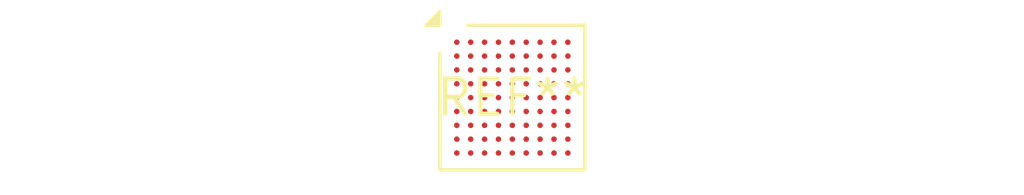
<source format=kicad_pcb>
(kicad_pcb (version 20240108) (generator pcbnew)
  (layers (0 "F.Cu" signal) (31 "B.Cu" signal) (34 "B.Paste" user) (35 "F.Paste" user) (36 "B.SilkS" user "B.Silkscreen") (37 "F.SilkS" user "F.Silkscreen") (38 "B.Mask" user) (39 "F.Mask" user) (44 "Edge.Cuts" user))
  (net 0 "")
  (footprint "TFBGA-81_5x5mm_Layout8x8_P0.5mm" (layer "F.Cu") (at 0 0)
    (property "Reference" "REF**")
    (property "Value" "TFBGA-81_5x5mm_Layout8x8_P0.5mm")
    (fp_line (start -2.61 2.61) (end -2.61 -1.61) (layer "F.SilkS") (stroke (width 0.12)))
    (fp_line (start -1.61 -2.61) (end 2.61 -2.61) (layer "F.SilkS") (stroke (width 0.12)))
    (fp_line (start 2.61 -2.61) (end 2.61 2.61) (layer "F.SilkS") (stroke (width 0.12)))
    (fp_line (start 2.61 2.61) (end -2.61 2.61) (layer "F.SilkS") (stroke (width 0.12)))
    (fp_poly (pts (xy -2.61 -2.61) (xy -3.11 -2.61) (xy -2.61 -3.11) (xy -2.61 -2.61)) (layer "F.SilkS") (stroke (width 0.12)) (fill solid))
    (pad "A1" smd circle (at -2 -2) (size 0.2 0.2) (property pad_prop_bga) (layers "F.Cu" "F.Paste" "F.Mask"))
    (pad "A2" smd circle (at -1.5 -2) (size 0.2 0.2) (property pad_prop_bga) (layers "F.Cu" "F.Paste" "F.Mask"))
    (pad "A3" smd circle (at -1 -2) (size 0.2 0.2) (property pad_prop_bga) (layers "F.Cu" "F.Paste" "F.Mask"))
    (pad "A4" smd circle (at -0.5 -2) (size 0.2 0.2) (property pad_prop_bga) (layers "F.Cu" "F.Paste" "F.Mask"))
    (pad "A5" smd circle (at 0 -2) (size 0.2 0.2) (property pad_prop_bga) (layers "F.Cu" "F.Paste" "F.Mask"))
    (pad "A6" smd circle (at 0.5 -2) (size 0.2 0.2) (property pad_prop_bga) (layers "F.Cu" "F.Paste" "F.Mask"))
    (pad "A7" smd circle (at 1 -2) (size 0.2 0.2) (property pad_prop_bga) (layers "F.Cu" "F.Paste" "F.Mask"))
    (pad "A8" smd circle (at 1.5 -2) (size 0.2 0.2) (property pad_prop_bga) (layers "F.Cu" "F.Paste" "F.Mask"))
    (pad "A9" smd circle (at 2 -2) (size 0.2 0.2) (property pad_prop_bga) (layers "F.Cu" "F.Paste" "F.Mask"))
    (pad "B1" smd circle (at -2 -1.5) (size 0.2 0.2) (property pad_prop_bga) (layers "F.Cu" "F.Paste" "F.Mask"))
    (pad "B2" smd circle (at -1.5 -1.5) (size 0.2 0.2) (property pad_prop_bga) (layers "F.Cu" "F.Paste" "F.Mask"))
    (pad "B3" smd circle (at -1 -1.5) (size 0.2 0.2) (property pad_prop_bga) (layers "F.Cu" "F.Paste" "F.Mask"))
    (pad "B4" smd circle (at -0.5 -1.5) (size 0.2 0.2) (property pad_prop_bga) (layers "F.Cu" "F.Paste" "F.Mask"))
    (pad "B5" smd circle (at 0 -1.5) (size 0.2 0.2) (property pad_prop_bga) (layers "F.Cu" "F.Paste" "F.Mask"))
    (pad "B6" smd circle (at 0.5 -1.5) (size 0.2 0.2) (property pad_prop_bga) (layers "F.Cu" "F.Paste" "F.Mask"))
    (pad "B7" smd circle (at 1 -1.5) (size 0.2 0.2) (property pad_prop_bga) (layers "F.Cu" "F.Paste" "F.Mask"))
    (pad "B8" smd circle (at 1.5 -1.5) (size 0.2 0.2) (property pad_prop_bga) (layers "F.Cu" "F.Paste" "F.Mask"))
    (pad "B9" smd circle (at 2 -1.5) (size 0.2 0.2) (property pad_prop_bga) (layers "F.Cu" "F.Paste" "F.Mask"))
    (pad "C1" smd circle (at -2 -1) (size 0.2 0.2) (property pad_prop_bga) (layers "F.Cu" "F.Paste" "F.Mask"))
    (pad "C2" smd circle (at -1.5 -1) (size 0.2 0.2) (property pad_prop_bga) (layers "F.Cu" "F.Paste" "F.Mask"))
    (pad "C3" smd circle (at -1 -1) (size 0.2 0.2) (property pad_prop_bga) (layers "F.Cu" "F.Paste" "F.Mask"))
    (pad "C4" smd circle (at -0.5 -1) (size 0.2 0.2) (property pad_prop_bga) (layers "F.Cu" "F.Paste" "F.Mask"))
    (pad "C5" smd circle (at 0 -1) (size 0.2 0.2) (property pad_prop_bga) (layers "F.Cu" "F.Paste" "F.Mask"))
    (pad "C6" smd circle (at 0.5 -1) (size 0.2 0.2) (property pad_prop_bga) (layers "F.Cu" "F.Paste" "F.Mask"))
    (pad "C7" smd circle (at 1 -1) (size 0.2 0.2) (property pad_prop_bga) (layers "F.Cu" "F.Paste" "F.Mask"))
    (pad "C8" smd circle (at 1.5 -1) (size 0.2 0.2) (property pad_prop_bga) (layers "F.Cu" "F.Paste" "F.Mask"))
    (pad "C9" smd circle (at 2 -1) (size 0.2 0.2) (property pad_prop_bga) (layers "F.Cu" "F.Paste" "F.Mask"))
    (pad "D1" smd circle (at -2 -0.5) (size 0.2 0.2) (property pad_prop_bga) (layers "F.Cu" "F.Paste" "F.Mask"))
    (pad "D2" smd circle (at -1.5 -0.5) (size 0.2 0.2) (property pad_prop_bga) (layers "F.Cu" "F.Paste" "F.Mask"))
    (pad "D3" smd circle (at -1 -0.5) (size 0.2 0.2) (property pad_prop_bga) (layers "F.Cu" "F.Paste" "F.Mask"))
    (pad "D4" smd circle (at -0.5 -0.5) (size 0.2 0.2) (property pad_prop_bga) (layers "F.Cu" "F.Paste" "F.Mask"))
    (pad "D5" smd circle (at 0 -0.5) (size 0.2 0.2) (property pad_prop_bga) (layers "F.Cu" "F.Paste" "F.Mask"))
    (pad "D6" smd circle (at 0.5 -0.5) (size 0.2 0.2) (property pad_prop_bga) (layers "F.Cu" "F.Paste" "F.Mask"))
    (pad "D7" smd circle (at 1 -0.5) (size 0.2 0.2) (property pad_prop_bga) (layers "F.Cu" "F.Paste" "F.Mask"))
    (pad "D8" smd circle (at 1.5 -0.5) (size 0.2 0.2) (property pad_prop_bga) (layers "F.Cu" "F.Paste" "F.Mask"))
    (pad "D9" smd circle (at 2 -0.5) (size 0.2 0.2) (property pad_prop_bga) (layers "F.Cu" "F.Paste" "F.Mask"))
    (pad "E1" smd circle (at -2 0) (size 0.2 0.2) (property pad_prop_bga) (layers "F.Cu" "F.Paste" "F.Mask"))
    (pad "E2" smd circle (at -1.5 0) (size 0.2 0.2) (property pad_prop_bga) (layers "F.Cu" "F.Paste" "F.Mask"))
    (pad "E3" smd circle (at -1 0) (size 0.2 0.2) (property pad_prop_bga) (layers "F.Cu" "F.Paste" "F.Mask"))
    (pad "E4" smd circle (at -0.5 0) (size 0.2 0.2) (property pad_prop_bga) (layers "F.Cu" "F.Paste" "F.Mask"))
    (pad "E5" smd circle (at 0 0) (size 0.2 0.2) (property pad_prop_bga) (layers "F.Cu" "F.Paste" "F.Mask"))
    (pad "E6" smd circle (at 0.5 0) (size 0.2 0.2) (property pad_prop_bga) (layers "F.Cu" "F.Paste" "F.Mask"))
    (pad "E7" smd circle (at 1 0) (size 0.2 0.2) (property pad_prop_bga) (layers "F.Cu" "F.Paste" "F.Mask"))
    (pad "E8" smd circle (at 1.5 0) (size 0.2 0.2) (property pad_prop_bga) (layers "F.Cu" "F.Paste" "F.Mask"))
    (pad "E9" smd circle (at 2 0) (size 0.2 0.2) (property pad_prop_bga) (layers "F.Cu" "F.Paste" "F.Mask"))
    (pad "F1" smd circle (at -2 0.5) (size 0.2 0.2) (property pad_prop_bga) (layers "F.Cu" "F.Paste" "F.Mask"))
    (pad "F2" smd circle (at -1.5 0.5) (size 0.2 0.2) (property pad_prop_bga) (layers "F.Cu" "F.Paste" "F.Mask"))
    (pad "F3" smd circle (at -1 0.5) (size 0.2 0.2) (property pad_prop_bga) (layers "F.Cu" "F.Paste" "F.Mask"))
    (pad "F4" smd circle (at -0.5 0.5) (size 0.2 0.2) (property pad_prop_bga) (layers "F.Cu" "F.Paste" "F.Mask"))
    (pad "F5" smd circle (at 0 0.5) (size 0.2 0.2) (property pad_prop_bga) (layers "F.Cu" "F.Paste" "F.Mask"))
    (pad "F6" smd circle (at 0.5 0.5) (size 0.2 0.2) (property pad_prop_bga) (layers "F.Cu" "F.Paste" "F.Mask"))
    (pad "F7" smd circle (at 1 0.5) (size 0.2 0.2) (property pad_prop_bga) (layers "F.Cu" "F.Paste" "F.Mask"))
    (pad "F8" smd circle (at 1.5 0.5) (size 0.2 0.2) (property pad_prop_bga) (layers "F.Cu" "F.Paste" "F.Mask"))
    (pad "F9" smd circle (at 2 0.5) (size 0.2 0.2) (property pad_prop_bga) (layers "F.Cu" "F.Paste" "F.Mask"))
    (pad "G1" smd circle (at -2 1) (size 0.2 0.2) (property pad_prop_bga) (layers "F.Cu" "F.Paste" "F.Mask"))
    (pad "G2" smd circle (at -1.5 1) (size 0.2 0.2) (property pad_prop_bga) (layers "F.Cu" "F.Paste" "F.Mask"))
    (pad "G3" smd circle (at -1 1) (size 0.2 0.2) (property pad_prop_bga) (layers "F.Cu" "F.Paste" "F.Mask"))
    (pad "G4" smd circle (at -0.5 1) (size 0.2 0.2) (property pad_prop_bga) (layers "F.Cu" "F.Paste" "F.Mask"))
    (pad "G5" smd circle (at 0 1) (size 0.2 0.2) (property pad_prop_bga) (layers "F.Cu" "F.Paste" "F.Mask"))
    (pad "G6" smd circle (at 0.5 1) (size 0.2 0.2) (property pad_prop_bga) (layers "F.Cu" "F.Paste" "F.Mask"))
    (pad "G7" smd circle (at 1 1) (size 0.2 0.2) (property pad_prop_bga) (layers "F.Cu" "F.Paste" "F.Mask"))
    (pad "G8" smd circle (at 1.5 1) (size 0.2 0.2) (property pad_prop_bga) (layers "F.Cu" "F.Paste" "F.Mask"))
    (pad "G9" smd circle (at 2 1) (size 0.2 0.2) (property pad_prop_bga) (layers "F.Cu" "F.Paste" "F.Mask"))
    (pad "H1" smd circle (at -2 1.5) (size 0.2 0.2) (property pad_prop_bga) (layers "F.Cu" "F.Paste" "F.Mask"))
    (pad "H2" smd circle (at -1.5 1.5) (size 0.2 0.2) (property pad_prop_bga) (layers "F.Cu" "F.Paste" "F.Mask"))
    (pad "H3" smd circle (at -1 1.5) (size 0.2 0.2) (property pad_prop_bga) (layers "F.Cu" "F.Paste" "F.Mask"))
    (pad "H4" smd circle (at -0.5 1.5) (size 0.2 0.2) (property pad_prop_bga) (layers "F.Cu" "F.Paste" "F.Mask"))
    (pad "H5" smd circle (at 0 1.5) (size 0.2 0.2) (property pad_prop_bga) (layers "F.Cu" "F.Paste" "F.Mask"))
    (pad "H6" smd circle (at 0.5 1.5) (size 0.2 0.2) (property pad_prop_bga) (layers "F.Cu" "F.Paste" "F.Mask"))
    (pad "H7" smd circle (at 1 1.5) (size 0.2 0.2) (property pad_prop_bga) (layers "F.Cu" "F.Paste" "F.Mask"))
    (pad "H8" smd circle (at 1.5 1.5) (size 0.2 0.2) (property pad_prop_bga) (layers "F.Cu" "F.Paste" "F.Mask"))
    (pad "H9" smd circle (at 2 1.5) (size 0.2 0.2) (property pad_prop_bga) (layers "F.Cu" "F.Paste" "F.Mask"))
    (pad "J1" smd circle (at -2 2) (size 0.2 0.2) (property pad_prop_bga) (layers "F.Cu" "F.Paste" "F.Mask"))
    (pad "J2" smd circle (at -1.5 2) (size 0.2 0.2) (property pad_prop_bga) (layers "F.Cu" "F.Paste" "F.Mask"))
    (pad "J3" smd circle (at -1 2) (size 0.2 0.2) (property pad_prop_bga) (layers "F.Cu" "F.Paste" "F.Mask"))
    (pad "J4" smd circle (at -0.5 2) (size 0.2 0.2) (property pad_prop_bga) (layers "F.Cu" "F.Paste" "F.Mask"))
    (pad "J5" smd circle (at 0 2) (size 0.2 0.2) (property pad_prop_bga) (layers "F.Cu" "F.Paste" "F.Mask"))
    (pad "J6" smd circle (at 0.5 2) (size 0.2 0.2) (property pad_prop_bga) (layers "F.Cu" "F.Paste" "F.Mask"))
    (pad "J7" smd circle (at 1 2) (size 0.2 0.2) (property pad_prop_bga) (layers "F.Cu" "F.Paste" "F.Mask"))
    (pad "J8" smd circle (at 1.5 2) (size 0.2 0.2) (property pad_prop_bga) (layers "F.Cu" "F.Paste" "F.Mask"))
    (pad "J9" smd circle (at 2 2) (size 0.2 0.2) (property pad_prop_bga) (layers "F.Cu" "F.Paste" "F.Mask"))
  )
)
</source>
